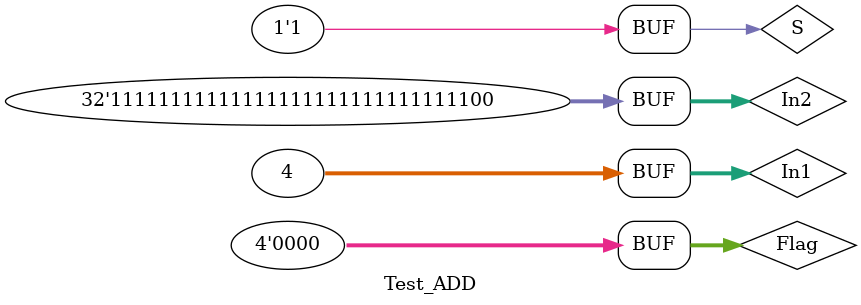
<source format=v>
module Test_ADD;	//[N, Z, C, V}]
reg signed [31:0] In1, In2;
reg S;
reg [3:0] Flag;
wire signed [31:0] Result;
wire [3:0] New_Flag;

initial
begin

In1=2; In2=3; Flag=4'b0000; 
#10 In1=1; In2=-3; S=1; 
#10 In1=-6; In2=-2; S=0;
#10 In1=32'b11111111111111111111111111111111; In2=9; S=1;
#10 In1=10; In2=10; S=1;
#10 In1=4; In2=-4; S=1;
end
initial
begin
$monitor($time, " In1.=%d, In2.=%d, Result=%d, Flag=%b", In1, In2, Result, New_Flag);
end
ADD add(In1, In2, Result,Flag,S,New_Flag);

endmodule

</source>
